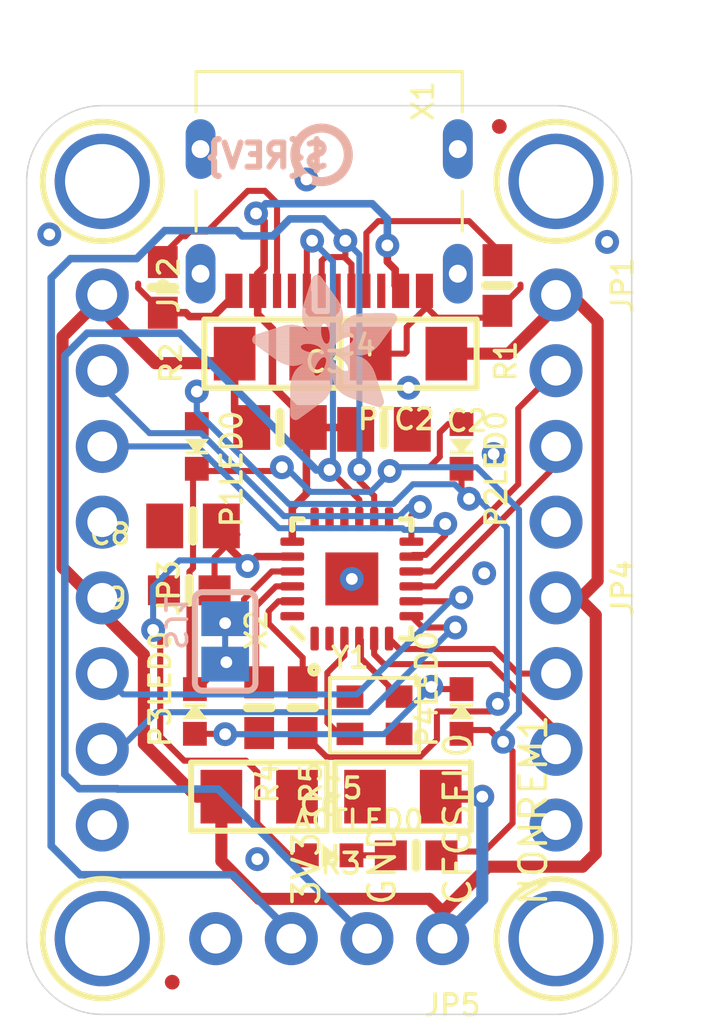
<source format=kicad_pcb>
(kicad_pcb (version 20241229) (generator "pcbnew") (generator_version "9.0")
  (layers (0 "F.Cu" signal) (2 "B.Cu" signal) (13 "F.Paste" user) (15 "B.Paste" user) (5 "F.SilkS" user "F.Silkscreen") (7 "B.SilkS" user "B.Silkscreen") (1 "F.Mask" user) (3 "B.Mask" user) (25 "Edge.Cuts" user))
  (net 0 "")
  (net 1 "D-1")
  (net 2 "D+1")
  (net 3 "GND")
  (net 4 "DPH")
  (net 5 "DMH")
  (net 6 "VBUS")
  (net 7 "N$3")
  (net 8 "N$4")
  (net 9 "D+3")
  (net 10 "D-3")
  (net 11 "D-4")
  (net 12 "D+4")
  (net 13 "D+2")
  (net 14 "D-2")
  (net 15 "N$1")
  (net 16 "N$2")
  (net 17 "N$5")
  (net 18 "3.3V")
  (net 19 "5.0V")
  (net 20 "N$6")
  (net 21 "N$7")
  (net 22 "N$8")
  (net 23 "N$10")
  (net 24 "N$12")
  (net 25 "N$9")
  (footprint "Adafruit CH334F Mini 4-Port USB Hub Breakout:PLABEL21" (layer "F.Cu") (at 144.5006 116.1161)
    (property "Reference" "PLABEL21" (hide yes))
    (property "Value" "" (hide yes))
  )
  (footprint "Adafruit CH334F Mini 4-Port USB Hub Breakout:PLABEL23" (layer "F.Cu") (at 147.2946 116.1161)
    (property "Reference" "PLABEL23" (hide yes))
    (property "Value" "" (hide yes))
  )
  (footprint "Adafruit CH334F Mini 4-Port USB Hub Breakout:MOUNTINGHOLE_2.5_PLATED" (layer "F.Cu") (at 140.8811 92.3036)
    (property "Reference" "U$28" (hide yes))
    (property "Value" "MOUNTINGHOLE2.5" (hide yes))
  )
  (footprint "Adafruit CH334F Mini 4-Port USB Hub Breakout:PLABEL7" (layer "F.Cu") (at 139.2301 95.9866 90)
    (property "Reference" "PLABEL7" (hide yes))
    (property "Value" "" (hide yes))
  )
  (footprint "Adafruit CH334F Mini 4-Port USB Hub Breakout:PLABEL24" (layer "F.Cu") (at 152.1841 116.1161)
    (property "Reference" "PLABEL24" (hide yes))
    (property "Value" "" (hide yes))
  )
  (footprint "Adafruit CH334F Mini 4-Port USB Hub Breakout:PLABEL9" (layer "F.Cu") (at 148.6281 119.3546)
    (property "Reference" "PLABEL9" (hide yes))
    (property "Value" "" (hide yes))
  )
  (footprint "Adafruit CH334F Mini 4-Port USB Hub Breakout:FIDUCIAL_0.5MM" (layer "F.Cu") (at 143.2306 119.1641 180)
    (property "Reference" "FID1" (hide yes))
    (property "Value" "FIDUCIAL_0.5MM" (hide yes))
  )
  (footprint "Adafruit CH334F Mini 4-Port USB Hub Breakout:0603-NO" (layer "F.Cu") (at 142.9131 95.8596 -90)
    (property "Reference" "R2")
    (property "Value" "5.1K")
  )
  (footprint "Adafruit CH334F Mini 4-Port USB Hub Breakout:1X04_ROUND" (layer "F.Cu") (at 140.8811 99.9236 -90)
    (property "Reference" "JP2")
    (property "Value" "")
  )
  (footprint "Adafruit CH334F Mini 4-Port USB Hub Breakout:PLABEL0" (layer "F.Cu") (at 139.2301 103.6066 90)
    (property "Reference" "PLABEL0" (hide yes))
    (property "Value" "" (hide yes))
  )
  (footprint "Adafruit CH334F Mini 4-Port USB Hub Breakout:0805-NO" (layer "F.Cu") (at 143.9291 103.8606 180)
    (property "Reference" "C8")
    (property "Value" "10uF")
  )
  (footprint "Adafruit CH334F Mini 4-Port USB Hub Breakout:0603-NO" (layer "F.Cu") (at 154.1526 95.7961 -90)
    (property "Reference" "R1")
    (property "Value" "5.1K")
  )
  (footprint "Adafruit CH334F Mini 4-Port USB Hub Breakout:PLABEL14" (layer "F.Cu") (at 154.3431 110.0836 90)
    (property "Reference" "PLABEL14" (hide yes))
    (property "Value" "" (hide yes))
  )
  (footprint "Adafruit CH334F Mini 4-Port USB Hub Breakout:PLABEL22" (layer "F.Cu") (at 149.8981 116.1161)
    (property "Reference" "PLABEL22" (hide yes))
    (property "Value" "" (hide yes))
  )
  (footprint "Adafruit CH334F Mini 4-Port USB Hub Breakout:0805-NO" (layer "F.Cu") (at 146.8501 100.5586)
    (property "Reference" "PTC2")
    (property "Value" "5V/2A")
  )
  (footprint "Adafruit CH334F Mini 4-Port USB Hub Breakout:PLABEL13" (layer "F.Cu") (at 154.3431 100.0506 90)
    (property "Reference" "PLABEL13" (hide yes))
    (property "Value" "" (hide yes))
  )
  (footprint "Adafruit CH334F Mini 4-Port USB Hub Breakout:_1206" (layer "F.Cu") (at 146.5961 98.0821)
    (property "Reference" "C4")
    (property "Value" "100uF")
  )
  (footprint "Adafruit CH334F Mini 4-Port USB Hub Breakout:PLABEL17" (layer "F.Cu") (at 139.2301 111.1631 90)
    (property "Reference" "PLABEL17" (hide yes))
    (property "Value" "" (hide yes))
  )
  (footprint "Adafruit CH334F Mini 4-Port USB Hub Breakout:0603-NO" (layer "F.Cu") (at 146.1516 109.9566 -90)
    (property "Reference" "R4")
    (property "Value" "4.7K")
  )
  (footprint "Adafruit CH334F Mini 4-Port USB Hub Breakout:PLABEL12" (layer "F.Cu") (at 157.7721 106.4641 90)
    (property "Reference" "PLABEL12" (hide yes))
    (property "Value" "" (hide yes))
  )
  (footprint "Adafruit CH334F Mini 4-Port USB Hub Breakout:CHIPLED_0603_NOOUTLINE" (layer "F.Cu") (at 152.9461 110.0836)
    (property "Reference" "P4LED0")
    (property "Value" "GREEN")
  )
  (footprint "Adafruit CH334F Mini 4-Port USB Hub Breakout:0603-NO" (layer "F.Cu") (at 143.8021 106.0196 180)
    (property "Reference" "C9")
    (property "Value" "1uF")
  )
  (footprint "Adafruit CH334F Mini 4-Port USB Hub Breakout:_1206" (layer "F.Cu") (at 151.1681 98.0821 180)
    (property "Reference" "C3")
    (property "Value" "100uF")
  )
  (footprint "Adafruit CH334F Mini 4-Port USB Hub Breakout:0603-NO" (layer "F.Cu") (at 151.4221 114.9096 180)
    (property "Reference" "R3")
    (property "Value" "47K")
  )
  (footprint "Adafruit CH334F Mini 4-Port USB Hub Breakout:PLABEL18" (layer "F.Cu") (at 139.2301 106.4006 90)
    (property "Reference" "PLABEL18" (hide yes))
    (property "Value" "" (hide yes))
  )
  (footprint "Adafruit CH334F Mini 4-Port USB Hub Breakout:CHIPLED_0603_NOOUTLINE" (layer "F.Cu") (at 148.5011 114.9096 -90)
    (property "Reference" "ACTLED0")
    (property "Value" "GREEN")
  )
  (footprint "Adafruit CH334F Mini 4-Port USB Hub Breakout:PLABEL11" (layer "F.Cu") (at 157.7721 95.6691 90)
    (property "Reference" "PLABEL11" (hide yes))
    (property "Value" "" (hide yes))
  )
  (footprint "Adafruit CH334F Mini 4-Port USB Hub Breakout:CHIPLED_0603_NOOUTLINE" (layer "F.Cu") (at 143.9926 110.0836)
    (property "Reference" "P3LED0")
    (property "Value" "GREEN")
  )
  (footprint "Adafruit CH334F Mini 4-Port USB Hub Breakout:PLABEL20" (layer "F.Cu") (at 142.7861 110.2106 90)
    (property "Reference" "PLABEL20" (hide yes))
    (property "Value" "" (hide yes))
  )
  (footprint "Adafruit CH334F Mini 4-Port USB Hub Breakout:CHIPLED_0603_NOOUTLINE" (layer "F.Cu") (at 152.9461 101.1936 180)
    (property "Reference" "P2LED0")
    (property "Value" "GREEN")
  )
  (footprint "Adafruit CH334F Mini 4-Port USB Hub Breakout:PLABEL4" (layer "F.Cu") (at 157.7721 108.6231 90)
    (property "Reference" "PLABEL4" (hide yes))
    (property "Value" "" (hide yes))
  )
  (footprint "Adafruit CH334F Mini 4-Port USB Hub Breakout:MOUNTINGHOLE_2.5_PLATED" (layer "F.Cu") (at 140.8811 117.7036 180)
    (property "Reference" "U$31" (hide yes))
    (property "Value" "MOUNTINGHOLE2.5" (hide yes))
  )
  (footprint "Adafruit CH334F Mini 4-Port USB Hub Breakout:PLABEL16" (layer "F.Cu") (at 139.2301 108.4961 90)
    (property "Reference" "PLABEL16" (hide yes))
    (property "Value" "" (hide yes))
  )
  (footprint "Adafruit CH334F Mini 4-Port USB Hub Breakout:PLABEL19" (layer "F.Cu") (at 142.7861 99.9236 90)
    (property "Reference" "PLABEL19" (hide yes))
    (property "Value" "" (hide yes))
  )
  (footprint "Adafruit CH334F Mini 4-Port USB Hub Breakout:QFN24_4MM" (layer "F.Cu") (at 149.2631 105.6386 90)
    (property "Reference" "X2")
    (property "Value" "CH334F")
  )
  (footprint "Adafruit CH334F Mini 4-Port USB Hub Breakout:_1206" (layer "F.Cu") (at 150.9776 112.9411 180)
    (property "Reference" "C6")
    (property "Value" "100uF")
  )
  (footprint "Adafruit CH334F Mini 4-Port USB Hub Breakout:0805-NO" (layer "F.Cu") (at 150.3426 100.6221)
    (property "Reference" "C2")
    (property "Value" "10uF")
  )
  (footprint "Adafruit CH334F Mini 4-Port USB Hub Breakout:CHIPLED_0603_NOOUTLINE" (layer "F.Cu") (at 144.0561 101.1936 180)
    (property "Reference" "P1LED0")
    (property "Value" "GREEN")
  )
  (footprint "Adafruit CH334F Mini 4-Port USB Hub Breakout:1X04_ROUND" (layer "F.Cu") (at 156.1211 99.9236 -90)
    (property "Reference" "JP1")
    (property "Value" "")
  )
  (footprint "Adafruit CH334F Mini 4-Port USB Hub Breakout:PLABEL15" (layer "F.Cu") (at 139.2301 114.2111 90)
    (property "Reference" "PLABEL15" (hide yes))
    (property "Value" "" (hide yes))
  )
  (footprint "Adafruit CH334F Mini 4-Port USB Hub Breakout:CRYSTAL_2.5X2" (layer "F.Cu") (at 150.0251 110.2106)
    (property "Reference" "Y1")
    (property "Value" "12MHz")
  )
  (footprint "Adafruit CH334F Mini 4-Port USB Hub Breakout:PLABEL1" (layer "F.Cu") (at 157.7721 103.6701 90)
    (property "Reference" "PLABEL1" (hide yes))
    (property "Value" "" (hide yes))
  )
  (footprint "Adafruit CH334F Mini 4-Port USB Hub Breakout:MOUNTINGHOLE_2.5_PLATED" (layer "F.Cu") (at 156.1211 92.3036)
    (property "Reference" "U$29" (hide yes))
    (property "Value" "MOUNTINGHOLE2.5" (hide yes))
  )
  (footprint "Adafruit CH334F Mini 4-Port USB Hub Breakout:MOUNTINGHOLE_2.5_PLATED" (layer "F.Cu") (at 156.1211 117.7036 180)
    (property "Reference" "U$23" (hide yes))
    (property "Value" "MOUNTINGHOLE2.5" (hide yes))
  )
  (footprint "Adafruit CH334F Mini 4-Port USB Hub Breakout:PLABEL2" (layer "F.Cu") (at 157.7721 114.1476 90)
    (property "Reference" "PLABEL2" (hide yes))
    (property "Value" "" (hide yes))
  )
  (footprint "Adafruit CH334F Mini 4-Port USB Hub Breakout:FIDUCIAL_0.5MM" (layer "F.Cu") (at 154.2161 90.4621 180)
    (property "Reference" "FID2" (hide yes))
    (property "Value" "FIDUCIAL_0.5MM" (hide yes))
  )
  (footprint "Adafruit CH334F Mini 4-Port USB Hub Breakout:1X04_ROUND" (layer "F.Cu") (at 156.1211 110.0836 -90)
    (property "Reference" "JP4")
    (property "Value" "")
  )
  (footprint "Adafruit CH334F Mini 4-Port USB Hub Breakout:_1206" (layer "F.Cu") (at 146.1516 112.9411)
    (property "Reference" "C5")
    (property "Value" "100uF")
  )
  (footprint "Adafruit CH334F Mini 4-Port USB Hub Breakout:PLABEL8" (layer "F.Cu") (at 157.7721 100.9396 90)
    (property "Reference" "PLABEL8" (hide yes))
    (property "Value" "" (hide yes))
  )
  (footprint "Adafruit CH334F Mini 4-Port USB Hub Breakout:PLABEL6" (layer "F.Cu") (at 139.2301 100.9396 90)
    (property "Reference" "PLABEL6" (hide yes))
    (property "Value" "" (hide yes))
  )
  (footprint "Adafruit CH334F Mini 4-Port USB Hub Breakout:0603-NO" (layer "F.Cu") (at 147.6121 109.9566 -90)
    (property "Reference" "R5")
    (property "Value" "4.7K")
  )
  (footprint "Adafruit CH334F Mini 4-Port USB Hub Breakout:1X04_ROUND" (layer "F.Cu") (at 140.8811 110.0836 -90)
    (property "Reference" "JP3")
    (property "Value" "")
  )
  (footprint "Adafruit CH334F Mini 4-Port USB Hub Breakout:PLABEL10" (layer "F.Cu") (at 157.7721 111.2266 90)
    (property "Reference" "PLABEL10" (hide yes))
    (property "Value" "" (hide yes))
  )
  (footprint "Adafruit CH334F Mini 4-Port USB Hub Breakout:1X04_ROUND" (layer "F.Cu") (at 148.5011 117.7036 180)
    (property "Reference" "JP5")
    (property "Value" "")
  )
  (footprint "Adafruit CH334F Mini 4-Port USB Hub Breakout:PLABEL5" (layer "F.Cu") (at 139.2301 98.3996 90)
    (property "Reference" "PLABEL5" (hide yes))
    (property "Value" "" (hide yes))
  )
  (footprint "Adafruit CH334F Mini 4-Port USB Hub Breakout:USB_C_CUSB31-CFM2AX-01-X" (layer "F.Cu") (at 148.5011 93.7006 180)
    (property "Reference" "X1")
    (property "Value" "USB C")
  )
  (footprint "Adafruit CH334F Mini 4-Port USB Hub Breakout:PLABEL3" (layer "F.Cu") (at 157.7721 98.2091 90)
    (property "Reference" "PLABEL3" (hide yes))
    (property "Value" "" (hide yes))
  )
  (footprint "Adafruit CH334F Mini 4-Port USB Hub Breakout:SOLDERJUMPER_CLOSEDWIRE" (layer "B.Cu") (at 145.0086 107.7341 -90)
    (property "Reference" "SJ1")
    (property "Value" "")
  )
  (footprint "Adafruit CH334F Mini 4-Port USB Hub Breakout:PLABEL26" (layer "B.Cu") (at 148.4376 103.5431 180)
    (property "Reference" "PLABEL26" (hide yes))
    (property "Value" "" (hide yes))
  )
  (footprint "Adafruit CH334F Mini 4-Port USB Hub Breakout:PLABEL27" (layer "B.Cu") (at 157.8356 99.9236 90)
    (property "Reference" "PLABEL27" (hide yes))
    (property "Value" "" (hide yes))
  )
  (footprint "Adafruit CH334F Mini 4-Port USB Hub Breakout:PLABEL25" (layer "B.Cu") (at 148.5011 112.6236 180)
    (property "Reference" "PLABEL25" (hide yes))
    (property "Value" "" (hide yes))
  )
  (footprint "Adafruit CH334F Mini 4-Port USB Hub Breakout:PLABEL29" (layer "B.Cu") (at 139.1666 110.0836 90)
    (property "Reference" "PLABEL29" (hide yes))
    (property "Value" "" (hide yes))
  )
  (footprint "Adafruit CH334F Mini 4-Port USB Hub Breakout:PLABEL32" (layer "B.Cu") (at 148.5011 119.3546 180)
    (property "Reference" "PLABEL32" (hide yes))
    (property "Value" "" (hide yes))
  )
  (footprint "Adafruit CH334F Mini 4-Port USB Hub Breakout:ADAFRUIT_5MM" (layer "B.Cu") (at 150.7871 100.3046 180)
    (property "Reference" "U$33" (hide yes))
    (property "Value" "" (hide yes))
  )
  (footprint "Adafruit CH334F Mini 4-Port USB Hub Breakout:PLABEL31" (layer "B.Cu") (at 146.8501 107.6071 90)
    (property "Reference" "PLABEL31" (hide yes))
    (property "Value" "" (hide yes))
  )
  (footprint "Adafruit CH334F Mini 4-Port USB Hub Breakout:PLABEL30" (layer "B.Cu") (at 139.1666 99.9236 90)
    (property "Reference" "PLABEL30" (hide yes))
    (property "Value" "" (hide yes))
  )
  (footprint "Adafruit CH334F Mini 4-Port USB Hub Breakout:PCBFEAT-REV-040" (layer "B.Cu") (at 148.2471 91.4146 180)
    (property "Reference" "U$34" (hide yes))
    (property "Value" "" (hide yes))
  )
  (footprint "Adafruit CH334F Mini 4-Port USB Hub Breakout:PLABEL28" (layer "B.Cu") (at 157.8356 110.0836 90)
    (property "Reference" "PLABEL28" (hide yes))
    (property "Value" "" (hide yes))
  )
  (gr_arc (start 158.6611 117.7036) (mid 157.917151 119.499651) (end 156.1211 120.2436) (stroke (width 0.05)) (layer "Edge.Cuts"))
  (gr_line (start 140.8811 89.7636) (end 156.1211 89.7636) (stroke (width 0.05)) (layer "Edge.Cuts"))
  (gr_arc (start 138.3411 92.3036) (mid 139.085049 90.507549) (end 140.8811 89.7636) (stroke (width 0.05)) (layer "Edge.Cuts"))
  (gr_arc (start 156.1211 89.7636) (mid 157.917151 90.507549) (end 158.6611 92.3036) (stroke (width 0.05)) (layer "Edge.Cuts"))
  (gr_line (start 156.1211 120.2436) (end 140.8811 120.2436) (stroke (width 0.05)) (layer "Edge.Cuts"))
  (gr_line (start 138.3411 117.7036) (end 138.3411 92.3036) (stroke (width 0.05)) (layer "Edge.Cuts"))
  (gr_arc (start 140.8811 120.2436) (mid 139.085049 119.499651) (end 138.3411 117.7036) (stroke (width 0.05)) (layer "Edge.Cuts"))
  (gr_line (start 158.6611 92.3036) (end 158.6611 117.7036) (stroke (width 0.05)) (layer "Edge.Cuts"))
  (gr_text "GND" (at 150.2791 113.775841 90) (layer "F.SilkS") (effects (font (size 0.89408 0.89408) (thickness 0.12192)) (justify right)))
  (gr_text "CFGSEL0" (at 152.8191 110.710423 90) (layer "F.SilkS") (effects (font (size 0.89408 0.89408) (thickness 0.12192)) (justify right)))
  (gr_text "NONREM1" (at 155.3591 110.11437 90) (layer "F.SilkS") (effects (font (size 0.89408 0.89408) (thickness 0.12192)) (justify right)))
  (gr_text "3V3" (at 147.7391 114.031292 90) (layer "F.SilkS") (effects (font (size 0.89408 0.89408) (thickness 0.12192)) (justify right)))
  (segment (start 151.74835 104.8334) (end 152.4006 104.18115) (width 0.2032) (layer "F.Cu") (net 1))
  (segment (start 151.74835 104.8334) (end 151.3183 104.8334) (width 0.2032) (layer "F.Cu") (net 1))
  (segment (start 152.4006 104.18115) (end 152.4006 103.792982) (width 0.2032) (layer "F.Cu") (net 1))
  (segment (start 151.2631 104.8886) (end 151.3183 104.8334) (width 0.2032) (layer "F.Cu") (net 1))
  (via (at 152.4006 103.792982) (size 0.8001) (drill 0.3937) (layers "F.Cu" "B.Cu") (net 1))
  (segment (start 151.018812 103.99395) (end 150.961662 103.9368) (width 0.2032) (layer "B.Cu") (net 1))
  (segment (start 152.4006 103.792982) (end 152.359531 103.792982) (width 0.2032) (layer "B.Cu") (net 1))
  (segment (start 144.0688 101.1936) (end 140.8811 101.1936) (width 0.2032) (layer "B.Cu") (net 1))
  (segment (start 152.4006 103.792982) (end 152.199631 103.99395) (width 0.2032) (layer "B.Cu") (net 1))
  (segment (start 146.812 103.9368) (end 144.0688 101.1936) (width 0.2032) (layer "B.Cu") (net 1))
  (segment (start 150.961662 103.9368) (end 146.812 103.9368) (width 0.2032) (layer "B.Cu") (net 1))
  (segment (start 152.359531 103.792982) (end 152.158562 103.99395) (width 0.2032) (layer "B.Cu") (net 1))
  (segment (start 140.8811 101.1936) (end 140.9065 101.219) (width 0.2032) (layer "B.Cu") (net 1))
  (segment (start 152.199631 103.99395) (end 151.018812 103.99395) (width 0.2032) (layer "B.Cu") (net 1))
  (segment (start 151.5491 103.2256) (end 151.2631 103.5116) (width 0.2032) (layer "F.Cu") (net 2))
  (segment (start 151.2631 103.5116) (end 151.2631 104.3886) (width 0.2032) (layer "F.Cu") (net 2))
  (via (at 151.5491 103.2256) (size 0.8001) (drill 0.3937) (layers "F.Cu" "B.Cu") (net 2))
  (segment (start 150.8633 103.5304) (end 146.98035 103.5304) (width 0.2032) (layer "B.Cu") (net 2))
  (segment (start 151.1681 103.2256) (end 150.8633 103.5304) (width 0.2032) (layer "B.Cu") (net 2))
  (segment (start 140.8811 99.1616) (end 140.8811 98.6536) (width 0.2032) (layer "B.Cu") (net 2))
  (segment (start 151.5491 103.2256) (end 151.1681 103.2256) (width 0.2032) (layer "B.Cu") (net 2))
  (segment (start 146.98035 103.5304) (end 144.19905 100.7491) (width 0.2032) (layer "B.Cu") (net 2))
  (segment (start 140.8811 98.7806) (end 140.8811 98.6536) (width 0.2032) (layer "B.Cu") (net 2))
  (segment (start 142.4686 100.7491) (end 140.8811 99.1616) (width 0.2032) (layer "B.Cu") (net 2))
  (segment (start 144.19905 100.7491) (end 142.4686 100.7491) (width 0.2032) (layer "B.Cu") (net 2))
  (segment (start 143.81485 96.8388) (end 143.68565 96.7096) (width 0.254) (layer "F.Cu") (net 3))
  (segment (start 142.0876 95.8841) (end 142.0876 95.7326) (width 0.2032) (layer "F.Cu") (net 3))
  (segment (start 151.0411 98.0821) (end 149.8981 98.0821) (width 0.2032) (layer "F.Cu") (net 3))
  (segment (start 153.9231 96.8756) (end 154.1526 96.6461) (width 0.2032) (layer "F.Cu") (net 3))
  (segment (start 145.3011 95.9756) (end 145.3011 96.1386) (width 0.254) (layer "F.Cu") (net 3))
  (segment (start 151.7011 95.9756) (end 151.7011 96.5966) (width 0.2032) (layer "F.Cu") (net 3))
  (segment (start 151.7011 96.4561) (end 152.1206 96.8756) (width 0.2032) (layer "F.Cu") (net 3))
  (segment (start 151.1046 98.0186) (end 151.0411 98.0821) (width 0.2032) (layer "F.Cu") (net 3))
  (segment (start 152.1206 96.8756) (end 153.9231 96.8756) (width 0.2032) (layer "F.Cu") (net 3))
  (segment (start 151.7011 95.9756) (end 151.7011 96.4561) (width 0.2032) (layer "F.Cu") (net 3))
  (segment (start 154.1526 96.6461) (end 154.9273 95.8714) (width 0.2032) (layer "F.Cu") (net 3))
  (segment (start 151.7011 96.5966) (end 151.1046 97.1931) (width 0.2032) (layer "F.Cu") (net 3))
  (segment (start 145.3011 96.1386) (end 144.6009 96.8388) (width 0.254) (layer "F.Cu") (net 3))
  (segment (start 142.9131 96.7096) (end 142.0876 95.8841) (width 0.2032) (layer "F.Cu") (net 3))
  (segment (start 154.9273 95.8714) (end 154.9273 95.76695) (width 0.2032) (layer "F.Cu") (net 3))
  (segment (start 143.68565 96.7096) (end 142.9131 96.7096) (width 0.254) (layer "F.Cu") (net 3))
  (segment (start 144.6009 96.8388) (end 143.81485 96.8388) (width 0.254) (layer "F.Cu") (net 3))
  (segment (start 151.1046 97.1931) (end 151.1046 98.0186) (width 0.2032) (layer "F.Cu") (net 3))
  (via (at 151.1681 99.2251) (size 0.8001) (drill 0.3937) (layers "F.Cu" "B.Cu") (net 3))
  (via (at 157.8356 94.3356) (size 0.8001) (drill 0.3937) (layers "F.Cu" "B.Cu") (net 3))
  (via (at 139.1031 94.0816) (size 0.8001) (drill 0.3937) (layers "F.Cu" "B.Cu") (net 3))
  (via (at 153.7081 105.4481) (size 0.8001) (drill 0.3937) (layers "F.Cu" "B.Cu") (net 3))
  (via (at 147.7391 92.2401) (size 0.8001) (drill 0.3937) (layers "F.Cu" "B.Cu") (net 3))
  (via (at 146.0881 115.0366) (size 0.8001) (drill 0.3937) (layers "F.Cu" "B.Cu") (net 3))
  (via (at 149.2631 105.6386) (size 0.8001) (drill 0.3937) (layers "F.Cu" "B.Cu") (net 3))
  (via (at 154.0256 101.4476) (size 0.8001) (drill 0.3937) (layers "F.Cu" "B.Cu") (net 3))
  (segment (start 147.7511 94.469788) (end 147.928475 94.292413) (width 0.2032) (layer "F.Cu") (net 4))
  (segment (start 148.5138 101.981838) (end 149.5131 102.981138) (width 0.2032) (layer "F.Cu") (net 4))
  (segment (start 147.98735 96.8554) (end 148.51485 96.8554) (width 0.2032) (layer "F.Cu") (net 4))
  (segment (start 148.6281 96.7486) (end 148.7511 96.6256) (width 0.2032) (layer "F.Cu") (net 4))
  (segment (start 147.7511 95.9756) (end 147.7511 94.469788) (width 0.2032) (layer "F.Cu") (net 4))
  (segment (start 148.7511 96.6256) (end 148.7511 95.9756) (width 0.2032) (layer "F.Cu") (net 4))
  (segment (start 147.8088 96.67685) (end 147.98735 96.8554) (width 0.2032) (layer "F.Cu") (net 4))
  (segment (start 148.51485 96.8554) (end 148.62165 96.7486) (width 0.2032) (layer "F.Cu") (net 4))
  (segment (start 149.5131 102.981138) (end 149.5131 103.6386) (width 0.2032) (layer "F.Cu") (net 4))
  (segment (start 147.8088 96.0333) (end 147.8088 96.67685) (width 0.2032) (layer "F.Cu") (net 4))
  (segment (start 147.7511 95.9756) (end 147.8088 96.0333) (width 0.2032) (layer "F.Cu") (net 4))
  (segment (start 148.62165 96.7486) (end 148.6281 96.7486) (width 0.2032) (layer "F.Cu") (net 4))
  (via (at 148.5138 101.981838) (size 0.8001) (drill 0.3937) (layers "F.Cu" "B.Cu") (net 4))
  (via (at 147.928475 94.292413) (size 0.8001) (drill 0.3937) (layers "F.Cu" "B.Cu") (net 4))
  (segment (start 146.81835 114.75085) (end 149.7711 117.7036) (width 0.254) (layer "B.Cu") (net 4))
  (segment (start 139.6238 98.1456) (end 139.6238 112.1918) (width 0.254) (layer "B.Cu") (net 4))
  (segment (start 148.0693 101.981838) (end 148.5138 101.981838) (width 0.254) (layer "B.Cu") (net 4))
  (segment (start 146.81835 114.734119) (end 146.81835 114.75085) (width 0.254) (layer "B.Cu") (net 4))
  (segment (start 144.771331 112.6871) (end 146.81835 114.734119) (width 0.254) (layer "B.Cu") (net 4))
  (segment (start 140.1064 112.6744) (end 141.386112 112.6744) (width 0.254) (layer "B.Cu") (net 4))
  (segment (start 141.398812 112.6871) (end 144.771331 112.6871) (width 0.254) (layer "B.Cu") (net 4))
  (segment (start 148.601862 101.981838) (end 148.5138 101.981838) (width 0.2032) (layer "B.Cu") (net 4))
  (segment (start 148.0693 101.981838) (end 143.483762 97.3963) (width 0.254) (layer "B.Cu") (net 4))
  (segment (start 148.6281 94.992038) (end 148.6281 101.9556) (width 0.2032) (layer "B.Cu") (net 4))
  (segment (start 140.3731 97.3963) (end 139.6238 98.1456) (width 0.254) (layer "B.Cu") (net 4))
  (segment (start 139.6238 112.1918) (end 140.1064 112.6744) (width 0.254) (layer "B.Cu") (net 4))
  (segment (start 141.386112 112.6744) (end 141.398812 112.6871) (width 0.254) (layer "B.Cu") (net 4))
  (segment (start 140.3731 97.3963) (end 143.483762 97.3963) (width 0.254) (layer "B.Cu") (net 4))
  (segment (start 147.928475 94.292413) (end 148.6281 94.992038) (width 0.2032) (layer "B.Cu") (net 4))
  (segment (start 148.6281 101.9556) (end 148.601862 101.981838) (width 0.2032) (layer "B.Cu") (net 4))
  (segment (start 149.04625 94.88075) (end 149.2511 95.0856) (width 0.2032) (layer "F.Cu") (net 5))
  (segment (start 149.0091 94.8436) (end 149.04625 94.88075) (width 0.2032) (layer "F.Cu") (net 5))
  (segment (start 148.3741 94.8436) (end 149.0091 94.8436) (width 0.2032) (layer "F.Cu") (net 5))
  (segment (start 150.0131 102.852357) (end 150.0131 103.6386) (width 0.2032) (layer "F.Cu") (net 5))
  (segment (start 148.2511 94.9666) (end 148.3741 94.8436) (width 0.2032) (layer "F.Cu") (net 5))
  (segment (start 150.0131 102.852357) (end 149.5171 102.356347) (width 0.2032) (layer "F.Cu") (net 5))
  (segment (start 148.2511 95.9756) (end 148.2511 94.9666) (width 0.2032) (layer "F.Cu") (net 5))
  (segment (start 149.2511 95.0856) (end 149.2511 95.9756) (width 0.2032) (layer "F.Cu") (net 5))
  (segment (start 149.04625 94.292413) (end 149.04625 94.88075) (width 0.2032) (layer "F.Cu") (net 5))
  (segment (start 149.5171 101.97535) (end 149.5171 102.356347) (width 0.2032) (layer "F.Cu") (net 5))
  (via (at 149.04625 94.292413) (size 0.8001) (drill 0.3937) (layers "F.Cu" "B.Cu") (net 5))
  (via (at 149.5171 101.97535) (size 0.8001) (drill 0.3937) (layers "F.Cu" "B.Cu") (net 5))
  (segment (start 146.6101 94.1311) (end 147.179037 93.562163) (width 0.254) (layer "B.Cu") (net 5))
  (segment (start 140.1351 115.5606) (end 139.1666 114.5921) (width 0.254) (layer "B.Cu") (net 5))
  (segment (start 149.5171 94.763263) (end 149.04625 94.292413) (width 0.2032) (layer "B.Cu") (net 5))
  (segment (start 147.2311 117.7036) (end 147.2311 117.5131) (width 0.254) (layer "B.Cu") (net 5))
  (segment (start 142.0368 94.8944) (end 142.9766 93.9546) (width 0.254) (layer "B.Cu") (net 5))
  (segment (start 142.9766 93.9546) (end 145.397956 93.9546) (width 0.254) (layer "B.Cu") (net 5))
  (segment (start 139.1666 95.5421) (end 139.8143 94.8944) (width 0.254) (layer "B.Cu") (net 5))
  (segment (start 139.8143 94.8944) (end 142.0368 94.8944) (width 0.254) (layer "B.Cu") (net 5))
  (segment (start 148.316 93.562163) (end 149.04625 94.292413) (width 0.254) (layer "B.Cu") (net 5))
  (segment (start 145.2786 115.5606) (end 140.1351 115.5606) (width 0.254) (layer "B.Cu") (net 5))
  (segment (start 149.5171 101.97535) (end 149.5171 94.763263) (width 0.2032) (layer "B.Cu") (net 5))
  (segment (start 145.574456 94.1311) (end 146.6101 94.1311) (width 0.254) (layer "B.Cu") (net 5))
  (segment (start 145.397956 93.9546) (end 145.574456 94.1311) (width 0.254) (layer "B.Cu") (net 5))
  (segment (start 147.179037 93.562163) (end 148.316 93.562163) (width 0.254) (layer "B.Cu") (net 5))
  (segment (start 147.2311 117.5131) (end 145.2786 115.5606) (width 0.254) (layer "B.Cu") (net 5))
  (segment (start 139.1666 114.5921) (end 139.1666 95.5421) (width 0.254) (layer "B.Cu") (net 5))
  (segment (start 152.3111 117.7036) (end 152.3111 116.8146) (width 0.4064) (layer "F.Cu") (net 6))
  (segment (start 140.8811 106.2736) (end 140.5636 106.2736) (width 0.4064) (layer "F.Cu") (net 6))
  (segment (start 156.8831 106.2736) (end 156.1211 106.2736) (width 0.4064) (layer "F.Cu") (net 6))
  (segment (start 142.6591 98.3996) (end 140.8811 96.6216) (width 0.4064) (layer "F.Cu") (net 6))
  (segment (start 140.5636 106.2736) (end 139.5476 105.2576) (width 0.4064) (layer "F.Cu") (net 6))
  (segment (start 145.0086 98.3996) (end 142.6591 98.3996) (width 0.4064) (layer "F.Cu") (net 6))
  (segment (start 152.4381 98.0821) (end 154.5336 98.0821) (width 0.4064) (layer "F.Cu") (net 6))
  (segment (start 144.0561 112.9411) (end 142.2781 111.1631) (width 0.4064) (layer "F.Cu") (net 6))
  (segment (start 156.8831 106.2736) (end 156.9466 106.2736) (width 0.4064) (layer "F.Cu") (net 6))
  (segment (start 154.5336 98.0821) (end 156.1211 96.4946) (width 0.4064) (layer "F.Cu") (net 6))
  (segment (start 152.2476 112.9411) (end 153.6446 112.9411) (width 0.4064) (layer "F.Cu") (net 6))
  (segment (start 151.8666 116.3701) (end 152.3111 116.8146) (width 0.4064) (layer "F.Cu") (net 6))
  (segment (start 156.6291 96.1136) (end 156.1211 96.1136) (width 0.4064) (layer "F.Cu") (net 6))
  (segment (start 157.4546 106.8451) (end 156.8831 106.2736) (width 0.4064) (layer "F.Cu") (net 6))
  (segment (start 140.8811 106.2736) (end 140.8811 106.7816) (width 0.4064) (layer "F.Cu") (net 6))
  (segment (start 153.8351 115.2906) (end 157.0101 115.2906) (width 0.4064) (layer "F.Cu") (net 6))
  (segment (start 144.0561 112.9411) (end 144.8816 112.9411) (width 0.4064) (layer "F.Cu") (net 6))
  (segment (start 157.5181 97.0026) (end 156.6291 96.1136) (width 0.4064) (layer "F.Cu") (net 6))
  (segment (start 139.5476 97.5106) (end 140.8811 96.1771) (width 0.4064) (layer "F.Cu") (net 6))
  (segment (start 156.9466 106.2736) (end 157.5181 105.7021) (width 0.4064) (layer "F.Cu") (net 6))
  (segment (start 145.3261 99.9846) (end 145.9001 100.5586) (width 0.254) (layer "F.Cu") (net 6))
  (segment (start 157.0101 115.2906) (end 157.4546 114.8461) (width 0.4064) (layer "F.Cu") (net 6))
  (segment (start 142.2781 108.1786) (end 142.2781 111.1631) (width 0.4064) (layer "F.Cu") (net 6))
  (segment (start 140.8811 96.1771) (end 140.8811 96.1136) (width 0.4064) (layer "F.Cu") (net 6))
  (segment (start 145.3261 98.0821) (end 145.0086 98.3996) (width 0.4064) (layer "F.Cu") (net 6))
  (segment (start 140.8811 96.6216) (end 140.8811 96.1771) (width 0.4064) (layer "F.Cu") (net 6))
  (segment (start 156.1211 96.4946) (end 156.1211 96.1136) (width 0.4064) (layer "F.Cu") (net 6))
  (segment (start 152.3111 116.8146) (end 153.8351 115.2906) (width 0.4064) (layer "F.Cu") (net 6))
  (segment (start 157.4546 114.8461) (end 157.4546 106.8451) (width 0.4064) (layer "F.Cu") (net 6))
  (segment (start 139.5476 105.2576) (end 139.5476 97.5106) (width 0.4064) (layer "F.Cu") (net 6))
  (segment (start 146.1516 116.3701) (end 151.8666 116.3701) (width 0.4064) (layer "F.Cu") (net 6))
  (segment (start 157.5181 105.7021) (end 157.5181 97.0026) (width 0.4064) (layer "F.Cu") (net 6))
  (segment (start 144.8816 112.9411) (end 144.8816 115.1001) (width 0.4064) (layer "F.Cu") (net 6))
  (segment (start 145.3261 98.0821) (end 145.3261 99.9846) (width 0.254) (layer "F.Cu") (net 6))
  (segment (start 144.8816 115.1001) (end 146.1516 116.3701) (width 0.4064) (layer "F.Cu") (net 6))
  (segment (start 142.2781 108.1786) (end 140.8811 106.7816) (width 0.4064) (layer "F.Cu") (net 6))
  (via (at 153.6446 112.9411) (size 0.8001) (drill 0.3937) (layers "F.Cu" "B.Cu") (net 6))
  (segment (start 153.6446 112.9411) (end 153.6446 116.3701) (width 0.4064) (layer "B.Cu") (net 6))
  (segment (start 153.6446 116.3701) (end 152.3111 117.7036) (width 0.4064) (layer "B.Cu") (net 6))
  (segment (start 148.4416 108.7816) (end 148.4416 110.4581) (width 0.2032) (layer "F.Cu") (net 7))
  (segment (start 149.2001 110.8356) (end 149.1366 110.8991) (width 0.2032) (layer "F.Cu") (net 7))
  (segment (start 149.0131 107.6386) (end 149.0131 108.2101) (width 0.2032) (layer "F.Cu") (net 7))
  (segment (start 149.0131 108.2101) (end 148.4416 108.7816) (width 0.2032) (layer "F.Cu") (net 7))
  (segment (start 148.8826 110.8991) (end 148.4416 110.4581) (width 0.2032) (layer "F.Cu") (net 7))
  (segment (start 149.1366 110.8991) (end 148.8826 110.8991) (width 0.2032) (layer "F.Cu") (net 7))
  (segment (start 149.5683 107.6938) (end 149.5683 108.296538) (width 0.2032) (layer "F.Cu") (net 8))
  (segment (start 150.8501 109.578338) (end 149.5683 108.296538) (width 0.2032) (layer "F.Cu") (net 8))
  (segment (start 150.8501 109.5856) (end 150.8501 109.578338) (width 0.2032) (layer "F.Cu") (net 8))
  (segment (start 149.5131 107.6386) (end 149.5683 107.6938) (width 0.2032) (layer "F.Cu") (net 8))
  (segment (start 151.2631 106.3886) (end 152.811912 106.3886) (width 0.2032) (layer "F.Cu") (net 9))
  (segment (start 152.811912 106.3886) (end 152.936506 106.264007) (width 0.2032) (layer "F.Cu") (net 9))
  (via (at 152.936506 106.264007) (size 0.8001) (drill 0.3937) (layers "F.Cu" "B.Cu") (net 9))
  (segment (start 152.936506 106.264007) (end 152.809506 106.137007) (width 0.2032) (layer "B.Cu") (net 9))
  (segment (start 149.434412 109.5121) (end 141.5796 109.5121) (width 0.2032) (layer "B.Cu") (net 9))
  (segment (start 141.5796 109.5121) (end 140.8811 108.8136) (width 0.2032) (layer "B.Cu") (net 9))
  (segment (start 152.809506 106.137007) (end 149.434412 109.5121) (width 0.2032) (layer "B.Cu") (net 9))
  (segment (start 151.641806 107.267307) (end 152.739518 107.267307) (width 0.2032) (layer "F.Cu") (net 10))
  (segment (start 151.2631 106.8886) (end 151.641806 107.267307) (width 0.2032) (layer "F.Cu") (net 10))
  (via (at 152.739518 107.267307) (size 0.8001) (drill 0.3937) (layers "F.Cu" "B.Cu") (net 10))
  (segment (start 149.834325 110.109) (end 142.6972 110.109) (width 0.2032) (layer "B.Cu") (net 10))
  (segment (start 141.4526 111.3536) (end 140.8811 111.3536) (width 0.2032) (layer "B.Cu") (net 10))
  (segment (start 152.676018 107.267307) (end 149.834325 110.109) (width 0.2032) (layer "B.Cu") (net 10))
  (segment (start 142.6972 110.109) (end 141.4526 111.3536) (width 0.2032) (layer "B.Cu") (net 10))
  (segment (start 152.739518 107.267307) (end 152.676018 107.267307) (width 0.2032) (layer "B.Cu") (net 10))
  (segment (start 150.3426 108.4961) (end 153.91115 108.4961) (width 0.2032) (layer "F.Cu") (net 11))
  (segment (start 150.0131 108.1666) (end 150.3426 108.4961) (width 0.2032) (layer "F.Cu") (net 11))
  (segment (start 156.1211 110.70605) (end 153.91115 108.4961) (width 0.2032) (layer "F.Cu") (net 11))
  (segment (start 150.0131 107.6386) (end 150.0131 108.1666) (width 0.2032) (layer "F.Cu") (net 11))
  (segment (start 156.1211 110.70605) (end 156.1211 111.3536) (width 0.2032) (layer "F.Cu") (net 11))
  (segment (start 156.1211 108.8136) (end 154.8511 108.8136) (width 0.2032) (layer "F.Cu") (net 12))
  (segment (start 154.0256 107.9881) (end 150.8626 107.9881) (width 0.2032) (layer "F.Cu") (net 12))
  (segment (start 154.8511 108.8136) (end 154.0256 107.9881) (width 0.2032) (layer "F.Cu") (net 12))
  (segment (start 150.5131 107.6386) (end 150.8626 107.9881) (width 0.2032) (layer "F.Cu") (net 12))
  (segment (start 156.1211 98.6536) (end 154.8511 99.9236) (width 0.2032) (layer "F.Cu") (net 13))
  (segment (start 154.8511 102.4636) (end 151.9261 105.3886) (width 0.2032) (layer "F.Cu") (net 13))
  (segment (start 151.2631 105.3886) (end 151.9261 105.3886) (width 0.2032) (layer "F.Cu") (net 13))
  (segment (start 154.8511 99.9236) (end 154.8511 102.4636) (width 0.2032) (layer "F.Cu") (net 13))
  (segment (start 151.2631 105.8886) (end 152.0611 105.8886) (width 0.2032) (layer "F.Cu") (net 14))
  (segment (start 156.1211 101.8286) (end 152.0611 105.8886) (width 0.2032) (layer "F.Cu") (net 14))
  (segment (start 156.1211 101.8286) (end 156.1211 101.1936) (width 0.2032) (layer "F.Cu") (net 14))
  (segment (start 150.1521 93.6371) (end 153.2001 93.6371) (width 0.2032) (layer "F.Cu") (net 15))
  (segment (start 149.7511 94.0381) (end 150.1521 93.6371) (width 0.2032) (layer "F.Cu") (net 15))
  (segment (start 153.2001 93.6371) (end 154.1526 94.5896) (width 0.2032) (layer "F.Cu") (net 15))
  (segment (start 149.7511 95.9756) (end 149.7511 94.0381) (width 0.2032) (layer "F.Cu") (net 15))
  (segment (start 154.1526 94.5896) (end 154.1526 94.9461) (width 0.2032) (layer "F.Cu") (net 15))
  (segment (start 143.825368 93.9878) (end 143.668068 94.1451) (width 0.2032) (layer "F.Cu") (net 16))
  (segment (start 145.7706 92.6211) (end 144.4039 93.9878) (width 0.2032) (layer "F.Cu") (net 16))
  (segment (start 143.668068 94.1451) (end 143.5481 94.1451) (width 0.2032) (layer "F.Cu") (net 16))
  (segment (start 142.9131 95.0096) (end 142.9131 94.7801) (width 0.2032) (layer "F.Cu") (net 16))
  (segment (start 146.7511 93.0301) (end 146.7511 95.9756) (width 0.2032) (layer "F.Cu") (net 16))
  (segment (start 146.3421 92.6211) (end 145.7706 92.6211) (width 0.2032) (layer "F.Cu") (net 16))
  (segment (start 146.7511 93.0301) (end 146.3421 92.6211) (width 0.2032) (layer "F.Cu") (net 16))
  (segment (start 143.5481 94.1451) (end 142.9131 94.7801) (width 0.2032) (layer "F.Cu") (net 16))
  (segment (start 144.4039 93.9878) (end 143.825368 93.9878) (width 0.2032) (layer "F.Cu") (net 16))
  (segment (start 150.5721 114.9096) (end 149.2511 114.9096) (width 0.2032) (layer "F.Cu") (net 17))
  (segment (start 145.7071 111.7346) (end 143.631525 111.7346) (width 0.2032) (layer "F.Cu") (net 18))
  (segment (start 147.2631 104.8886) (end 146.078481 104.8886) (width 0.254) (layer "F.Cu") (net 18))
  (segment (start 143.631525 111.7346) (end 142.827812 110.930888) (width 0.2032) (layer "F.Cu") (net 18))
  (segment (start 145.2931 104.2746) (end 144.8791 103.8606) (width 0.2032) (layer "F.Cu") (net 18))
  (segment (start 142.667956 107.349257) (end 142.58925 107.349257) (width 0.2032) (layer "F.Cu") (net 18))
  (segment (start 147.7511 114.9096) (end 147.1676 114.9096) (width 0.2032) (layer "F.Cu") (net 18))
  (segment (start 146.078481 104.8886) (end 145.760281 105.2068) (width 0.254) (layer "F.Cu") (net 18))
  (segment (start 145.2931 104.2746) (end 145.4201 104.1476) (width 0.2032) (layer "F.Cu") (net 18))
  (segment (start 146.0881 112.1156) (end 145.7071 111.7346) (width 0.2032) (layer "F.Cu") (net 18))
  (segment (start 144.8791 103.8606) (end 144.8791 104.325619) (width 0.254) (layer "F.Cu") (net 18))
  (segment (start 142.827812 110.930888) (end 142.827812 107.509113) (width 0.2032) (layer "F.Cu") (net 18))
  (segment (start 146.0881 113.8301) (end 146.0881 112.1156) (width 0.2032) (layer "F.Cu") (net 18))
  (segment (start 144.6521 106.0196) (end 144.6521 104.9156) (width 0.2032) (layer "F.Cu") (net 18))
  (segment (start 142.827812 107.509113) (end 142.667956 107.349257) (width 0.2032) (layer "F.Cu") (net 18))
  (segment (start 147.1676 114.9096) (end 146.0881 113.8301) (width 0.2032) (layer "F.Cu") (net 18))
  (segment (start 144.6521 104.9156) (end 145.2931 104.2746) (width 0.2032) (layer "F.Cu") (net 18))
  (segment (start 145.760281 105.2068) (end 144.8791 104.325619) (width 0.254) (layer "F.Cu") (net 18))
  (via (at 142.58925 107.349257) (size 0.8001) (drill 0.3937) (layers "F.Cu" "B.Cu") (net 18))
  (via (at 145.760281 105.2068) (size 0.8001) (drill 0.3937) (layers "F.Cu" "B.Cu") (net 18))
  (segment (start 145.569781 105.0163) (end 143.4719 105.0163) (width 0.2032) (layer "B.Cu") (net 18))
  (segment (start 145.760281 105.2068) (end 145.569781 105.0163) (width 0.2032) (layer "B.Cu") (net 18))
  (segment (start 143.4719 105.0163) (end 142.58925 105.89895) (width 0.2032) (layer "B.Cu") (net 18))
  (segment (start 142.58925 107.349257) (end 142.58925 105.89895) (width 0.2032) (layer "B.Cu") (net 18))
  (segment (start 146.5961 97.2566) (end 146.5961 99.1616) (width 0.254) (layer "F.Cu") (net 19))
  (segment (start 147.2631 104.3886) (end 147.2631 103.2546) (width 0.254) (layer "F.Cu") (net 19))
  (segment (start 147.8001 100.5586) (end 149.3291 100.5586) (width 0.254) (layer "F.Cu") (net 19))
  (segment (start 146.5961 99.1616) (end 147.8001 100.3656) (width 0.254) (layer "F.Cu") (net 19))
  (segment (start 146.3171 93.650513) (end 146.04625 93.379663) (width 0.254) (layer "F.Cu") (net 19))
  (segment (start 146.1011 95.9756) (end 146.1011 96.7616) (width 0.254) (layer "F.Cu") (net 19))
  (segment (start 147.7366 100.6221) (end 147.7366 102.7811) (width 0.254) (layer "F.Cu") (net 19))
  (segment (start 146.1011 96.7616) (end 146.5961 97.2566) (width 0.254) (layer "F.Cu") (net 19))
  (segment (start 150.45595 95.000975) (end 150.45595 94.451163) (width 0.254) (layer "F.Cu") (net 19))
  (segment (start 147.8001 100.3656) (end 147.8001 100.5586) (width 0.254) (layer "F.Cu") (net 19))
  (segment (start 150.9011 95.9756) (end 150.7188 95.7933) (width 0.254) (layer "F.Cu") (net 19))
  (segment (start 146.1011 95.409038) (end 146.1011 95.9756) (width 0.254) (layer "F.Cu") (net 19))
  (segment (start 147.7366 100.6221) (end 147.8001 100.5586) (width 0.254) (layer "F.Cu") (net 19))
  (segment (start 150.7188 95.7933) (end 150.7188 95.263825) (width 0.254) (layer "F.Cu") (net 19))
  (segment (start 150.7188 95.263825) (end 150.45595 95.000975) (width 0.254) (layer "F.Cu") (net 19))
  (segment (start 149.3291 100.5586) (end 149.3926 100.6221) (width 0.254) (layer "F.Cu") (net 19))
  (segment (start 146.3171 95.193038) (end 146.1011 95.409038) (width 0.254) (layer "F.Cu") (net 19))
  (segment (start 147.2631 103.2546) (end 147.7366 102.7811) (width 0.254) (layer "F.Cu") (net 19))
  (segment (start 146.3171 93.650513) (end 146.3171 95.193038) (width 0.254) (layer "F.Cu") (net 19))
  (via (at 150.45595 94.451163) (size 0.8001) (drill 0.3937) (layers "F.Cu" "B.Cu") (net 19))
  (via (at 146.04625 93.379663) (size 0.8001) (drill 0.3937) (layers "F.Cu" "B.Cu") (net 19))
  (segment (start 149.94795 93.054163) (end 146.37175 93.054163) (width 0.254) (layer "B.Cu") (net 19))
  (segment (start 146.37175 93.054163) (end 146.04625 93.379663) (width 0.254) (layer "B.Cu") (net 19))
  (segment (start 150.45595 94.451163) (end 150.45595 93.562163) (width 0.254) (layer "B.Cu") (net 19))
  (segment (start 150.45595 93.562163) (end 149.94795 93.054163) (width 0.254) (layer "B.Cu") (net 19))
  (segment (start 146.7866 102.0191) (end 144.1316 102.0191) (width 0.2032) (layer "F.Cu") (net 20))
  (segment (start 154.3431 111.0996) (end 154.2796 111.0996) (width 0.2032) (layer "F.Cu") (net 20))
  (segment (start 152.2174 101.5413) (end 151.8666 101.8921) (width 0.2032) (layer "F.Cu") (net 20))
  (segment (start 152.9461 100.4436) (end 152.5016 100.4436) (width 0.2032) (layer "F.Cu") (net 20))
  (segment (start 143.9291 105.27405) (end 143.8098 105.39335) (width 0.2032) (layer "F.Cu") (net 20))
  (segment (start 154.6606 111.4171) (end 154.3431 111.0996) (width 0.2032) (layer "F.Cu") (net 20))
  (segment (start 153.7081 114.7826) (end 152.3991 114.7826) (width 0.2032) (layer "F.Cu") (net 20))
  (segment (start 143.9926 109.3336) (end 143.815687 109.156688) (width 0.2032) (layer "F.Cu") (net 20))
  (segment (start 143.9291 102.0706) (end 143.9291 105.27405) (width 0.2032) (layer "F.Cu") (net 20))
  (segment (start 143.9926 109.3336) (end 144.08385 109.3336) (width 0.2032) (layer "F.Cu") (net 20))
  (segment (start 153.8866 110.7066) (end 153.0731 110.7066) (width 0.2032) (layer "F.Cu") (net 20))
  (segment (start 144.0561 101.9436) (end 143.9291 102.0706) (width 0.2032) (layer "F.Cu") (net 20))
  (segment (start 152.2174 100.7278) (end 152.2174 101.5413) (width 0.2032) (layer "F.Cu") (net 20))
  (segment (start 151.8666 101.8921) (end 150.6601 101.8921) (width 0.2032) (layer "F.Cu") (net 20))
  (segment (start 144.0561 101.9436) (end 144.1316 102.0191) (width 0.2032) (layer "F.Cu") (net 20))
  (segment (start 154.6606 113.8301) (end 153.7081 114.7826) (width 0.2032) (layer "F.Cu") (net 20))
  (segment (start 152.5016 100.4436) (end 152.2174 100.7278) (width 0.2032) (layer "F.Cu") (net 20))
  (segment (start 145.0166 108.40085) (end 144.08385 109.3336) (width 0.2032) (layer "F.Cu") (net 20))
  (segment (start 154.2796 111.0996) (end 153.8866 110.7066) (width 0.2032) (layer "F.Cu") (net 20))
  (segment (start 145.04835 108.4326) (end 145.0166 108.40085) (width 0.254) (layer "F.Cu") (net 20))
  (segment (start 152.2721 114.9096) (end 152.3991 114.7826) (width 0.2032) (layer "F.Cu") (net 20))
  (segment (start 143.8098 105.39335) (end 143.8098 109.0873) (width 0.2032) (layer "F.Cu") (net 20))
  (segment (start 154.6606 111.4171) (end 154.6606 113.8301) (width 0.2032) (layer "F.Cu") (net 20))
  (segment (start 150.6601 101.8921) (end 150.5331 102.0191) (width 0.2032) (layer "F.Cu") (net 20))
  (segment (start 143.815687 109.156688) (end 143.815687 109.3336) (width 0.2032) (layer "F.Cu") (net 20))
  (segment (start 152.9461 110.8336) (end 153.0731 110.7066) (width 0.2032) (layer "F.Cu") (net 20))
  (segment (start 143.8098 109.0873) (end 143.815687 109.093188) (width 0.2032) (layer "F.Cu") (net 20))
  (segment (start 143.815687 109.093188) (end 143.815687 109.156688) (width 0.2032) (layer "F.Cu") (net 20))
  (segment (start 146.9136 101.8921) (end 146.7866 102.0191) (width 0.2032) (layer "F.Cu") (net 20))
  (via (at 154.3431 111.0996) (size 0.8001) (drill 0.3937) (layers "F.Cu" "B.Cu") (net 20))
  (via (at 145.04835 108.4326) (size 0.8001) (drill 0.3937) (layers "F.Cu" "B.Cu") (net 20))
  (via (at 146.9136 101.8921) (size 0.8001) (drill 0.3937) (layers "F.Cu" "B.Cu") (net 20))
  (via (at 150.5331 102.0191) (size 0.8001) (drill 0.3937) (layers "F.Cu" "B.Cu") (net 20))
  (segment (start 154.8765 103.3145) (end 154.8765 110.1217) (width 0.2032) (layer "B.Cu") (net 20))
  (segment (start 150.5331 102.0191) (end 150.6601 101.8921) (width 0.2032) (layer "B.Cu") (net 20))
  (segment (start 146.9136 101.8921) (end 147.0406 101.8921) (width 0.2032) (layer "B.Cu") (net 20))
  (segment (start 154.8765 110.1217) (end 154.3431 110.6551) (width 0.2032) (layer "B.Cu") (net 20))
  (segment (start 147.8661 102.7176) (end 147.0406 101.8921) (width 0.2032) (layer "B.Cu") (net 20))
  (segment (start 154.3431 110.6551) (end 154.3431 111.0996) (width 0.2032) (layer "B.Cu") (net 20))
  (segment (start 145.0086 108.47235) (end 145.04835 108.4326) (width 0.254) (layer "B.Cu") (net 20))
  (segment (start 153.4541 101.8921) (end 154.8765 103.3145) (width 0.2032) (layer "B.Cu") (net 20))
  (segment (start 145.0086 108.4961) (end 145.0086 108.47235) (width 0.254) (layer "B.Cu") (net 20))
  (segment (start 150.5331 102.0826) (end 149.8981 102.7176) (width 0.2032) (layer "B.Cu") (net 20))
  (segment (start 147.8661 102.7176) (end 149.8981 102.7176) (width 0.2032) (layer "B.Cu") (net 20))
  (segment (start 150.6601 101.8921) (end 153.4541 101.8921) (width 0.2032) (layer "B.Cu") (net 20))
  (segment (start 150.5331 102.0826) (end 150.5331 102.0191) (width 0.2032) (layer "B.Cu") (net 20))
  (segment (start 146.1126 110.8456) (end 145.0086 110.8456) (width 0.2032) (layer "F.Cu") (net 21))
  (segment (start 152.9461 109.3336) (end 152.0056 109.3336) (width 0.2032) (layer "F.Cu") (net 21))
  (segment (start 152.0056 109.3336) (end 151.9301 109.2581) (width 0.2032) (layer "F.Cu") (net 21))
  (segment (start 146.1516 110.8066) (end 146.1126 110.8456) (width 0.2032) (layer "F.Cu") (net 21))
  (segment (start 144.9966 110.8336) (end 145.0086 110.8456) (width 0.2032) (layer "F.Cu") (net 21))
  (segment (start 143.9926 110.8336) (end 144.9966 110.8336) (width 0.2032) (layer "F.Cu") (net 21))
  (via (at 151.9301 109.2581) (size 0.8001) (drill 0.3937) (layers "F.Cu" "B.Cu") (net 21))
  (via (at 145.0086 110.8456) (size 0.8001) (drill 0.3937) (layers "F.Cu" "B.Cu") (net 21))
  (segment (start 151.9301 109.2581) (end 150.3426 110.8456) (width 0.2032) (layer "B.Cu") (net 21))
  (segment (start 150.3426 110.8456) (end 145.0086 110.8456) (width 0.2032) (layer "B.Cu") (net 21))
  (segment (start 146.0491 109.0041) (end 146.1516 109.1066) (width 0.2032) (layer "F.Cu") (net 22))
  (segment (start 147.2631 105.8886) (end 146.713534 105.8886) (width 0.2032) (layer "F.Cu") (net 22))
  (segment (start 146.0491 106.553035) (end 146.0491 109.0041) (width 0.2032) (layer "F.Cu") (net 22))
  (segment (start 146.713534 105.8886) (end 146.0491 106.553035) (width 0.2032) (layer "F.Cu") (net 22))
  (segment (start 151.5491 111.6076) (end 152.1206 111.0361) (width 0.2032) (layer "F.Cu") (net 23))
  (segment (start 144.0561 99.3521) (end 144.0561 100.4436) (width 0.2032) (layer "F.Cu") (net 23))
  (segment (start 152.1206 111.0361) (end 152.1206 110.0836) (width 0.2032) (layer "F.Cu") (net 23))
  (segment (start 147.6121 110.8066) (end 148.4131 111.6076) (width 0.2032) (layer "F.Cu") (net 23))
  (segment (start 153.91135 110.0836) (end 154.16535 109.8296) (width 0.2032) (layer "F.Cu") (net 23))
  (segment (start 148.4131 111.6076) (end 151.5491 111.6076) (width 0.2032) (layer "F.Cu") (net 23))
  (segment (start 152.9461 101.9436) (end 152.9461 102.69685) (width 0.2032) (layer "F.Cu") (net 23))
  (segment (start 153.91135 110.0836) (end 152.1206 110.0836) (width 0.2032) (layer "F.Cu") (net 23))
  (segment (start 153.2001 102.95085) (end 152.9461 102.69685) (width 0.2032) (layer "F.Cu") (net 23))
  (via (at 154.16535 109.8296) (size 0.8001) (drill 0.3937) (layers "F.Cu" "B.Cu") (net 23))
  (via (at 153.2001 102.95085) (size 0.8001) (drill 0.3937) (layers "F.Cu" "B.Cu") (net 23))
  (via (at 144.0561 99.3521) (size 0.8001) (drill 0.3937) (layers "F.Cu" "B.Cu") (net 23))
  (segment (start 144.0561 99.3521) (end 144.0561 100.031413) (width 0.2032) (layer "B.Cu") (net 23))
  (segment (start 153.2001 102.95085) (end 153.49685 102.95085) (width 0.2032) (layer "B.Cu") (net 23))
  (segment (start 150.653887 103.124) (end 147.148687 103.124) (width 0.2032) (layer "B.Cu") (net 23))
  (segment (start 147.148687 103.124) (end 144.0561 100.031413) (width 0.2032) (layer "B.Cu") (net 23))
  (segment (start 154.4701 109.52485) (end 154.4701 103.9241) (width 0.2032) (layer "B.Cu") (net 23))
  (segment (start 152.71285 102.4636) (end 153.2001 102.95085) (width 0.2032) (layer "B.Cu") (net 23))
  (segment (start 152.71285 102.4636) (end 151.314287 102.4636) (width 0.2032) (layer "B.Cu") (net 23))
  (segment (start 154.4701 103.9241) (end 153.49685 102.95085) (width 0.2032) (layer "B.Cu") (net 23))
  (segment (start 154.4701 109.52485) (end 154.16535 109.8296) (width 0.2032) (layer "B.Cu") (net 23))
  (segment (start 151.314287 102.4636) (end 150.653887 103.124) (width 0.2032) (layer "B.Cu") (net 23))
  (segment (start 147.6121 109.1066) (end 147.6121 108.2811) (width 0.2032) (layer "F.Cu") (net 24))
  (segment (start 146.4691 106.7181) (end 146.7986 106.3886) (width 0.2032) (layer "F.Cu") (net 24))
  (segment (start 146.4691 107.1381) (end 146.4691 106.7181) (width 0.2032) (layer "F.Cu") (net 24))
  (segment (start 147.6121 108.2811) (end 146.4691 107.1381) (width 0.2032) (layer "F.Cu") (net 24))
  (segment (start 146.7986 106.3886) (end 147.2631 106.3886) (width 0.2032) (layer "F.Cu") (net 24))
  (segment (start 147.2631 105.3886) (end 146.575293 105.3886) (width 0.2032) (layer "F.Cu") (net 25))
  (segment (start 146.575293 105.3886) (end 145.6427 106.321194) (width 0.2032) (layer "F.Cu") (net 25))
  (segment (start 145.6427 106.321194) (end 145.6427 106.49755) (width 0.2032) (layer "F.Cu") (net 25))
  (segment (start 145.6427 106.49755) (end 145.0174 107.12285) (width 0.2032) (layer "F.Cu") (net 25))
  (segment (start 145.0086 107.12285) (end 145.0174 107.12285) (width 0.2032) (layer "F.Cu") (net 25))
  (via (at 145.0086 107.12285) (size 0.8001) (drill 0.3937) (layers "F.Cu" "B.Cu") (net 25))
  (segment (start 145.0086 106.9721) (end 145.0086 107.12285) (width 0.254) (layer "B.Cu") (net 25))
  (segment (start 145.0086 107.0864) (end 145.0086 106.9721) (width 0.254) (layer "B.Cu") (net 25))
)
</source>
